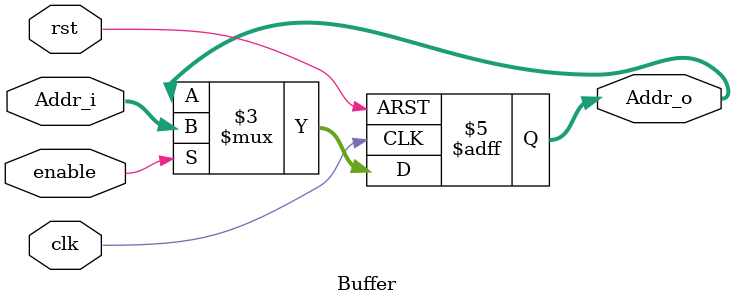
<source format=v>
module Buffer #(parameter WIDTH = 32)(
input [WIDTH-1:0] Addr_i,
input enable, clk, rst,
output reg [WIDTH-1:0] Addr_o
);
 
always @ (negedge rst or posedge clk)
begin
	// Reset whenever the reset signal goes low, regardless of the clock
	if (!rst)
	begin
		Addr_o <= 32'b0;
	end
	// If not resetting, update the register output on the clock's rising edge
	else
	begin
		if (enable) Addr_o <= Addr_i;
	end
end
endmodule 
</source>
